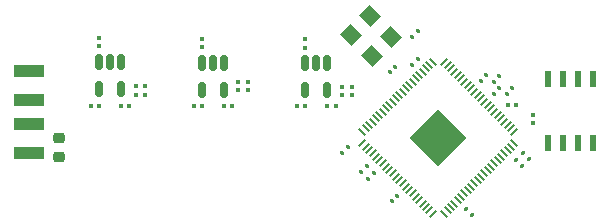
<source format=gbr>
%TF.GenerationSoftware,KiCad,Pcbnew,8.0.3*%
%TF.CreationDate,2024-09-04T14:49:45-07:00*%
%TF.ProjectId,BusinessCard,42757369-6e65-4737-9343-6172642e6b69,rev?*%
%TF.SameCoordinates,Original*%
%TF.FileFunction,Paste,Top*%
%TF.FilePolarity,Positive*%
%FSLAX46Y46*%
G04 Gerber Fmt 4.6, Leading zero omitted, Abs format (unit mm)*
G04 Created by KiCad (PCBNEW 8.0.3) date 2024-09-04 14:49:45*
%MOMM*%
%LPD*%
G01*
G04 APERTURE LIST*
G04 Aperture macros list*
%AMRoundRect*
0 Rectangle with rounded corners*
0 $1 Rounding radius*
0 $2 $3 $4 $5 $6 $7 $8 $9 X,Y pos of 4 corners*
0 Add a 4 corners polygon primitive as box body*
4,1,4,$2,$3,$4,$5,$6,$7,$8,$9,$2,$3,0*
0 Add four circle primitives for the rounded corners*
1,1,$1+$1,$2,$3*
1,1,$1+$1,$4,$5*
1,1,$1+$1,$6,$7*
1,1,$1+$1,$8,$9*
0 Add four rect primitives between the rounded corners*
20,1,$1+$1,$2,$3,$4,$5,0*
20,1,$1+$1,$4,$5,$6,$7,0*
20,1,$1+$1,$6,$7,$8,$9,0*
20,1,$1+$1,$8,$9,$2,$3,0*%
%AMHorizOval*
0 Thick line with rounded ends*
0 $1 width*
0 $2 $3 position (X,Y) of the first rounded end (center of the circle)*
0 $4 $5 position (X,Y) of the second rounded end (center of the circle)*
0 Add line between two ends*
20,1,$1,$2,$3,$4,$5,0*
0 Add two circle primitives to create the rounded ends*
1,1,$1,$2,$3*
1,1,$1,$4,$5*%
%AMRotRect*
0 Rectangle, with rotation*
0 The origin of the aperture is its center*
0 $1 length*
0 $2 width*
0 $3 Rotation angle, in degrees counterclockwise*
0 Add horizontal line*
21,1,$1,$2,0,0,$3*%
G04 Aperture macros list end*
%ADD10RotRect,1.400000X1.200000X135.000000*%
%ADD11RoundRect,0.079500X0.079500X0.100500X-0.079500X0.100500X-0.079500X-0.100500X0.079500X-0.100500X0*%
%ADD12RoundRect,0.079500X-0.014849X0.127279X-0.127279X0.014849X0.014849X-0.127279X0.127279X-0.014849X0*%
%ADD13RoundRect,0.079500X0.100500X-0.079500X0.100500X0.079500X-0.100500X0.079500X-0.100500X-0.079500X0*%
%ADD14RoundRect,0.079500X-0.127279X-0.014849X-0.014849X-0.127279X0.127279X0.014849X0.014849X0.127279X0*%
%ADD15RoundRect,0.079500X-0.079500X-0.100500X0.079500X-0.100500X0.079500X0.100500X-0.079500X0.100500X0*%
%ADD16R,0.558800X1.460500*%
%ADD17RoundRect,0.218750X0.256250X-0.218750X0.256250X0.218750X-0.256250X0.218750X-0.256250X-0.218750X0*%
%ADD18RoundRect,0.079500X0.014849X-0.127279X0.127279X-0.014849X-0.014849X0.127279X-0.127279X0.014849X0*%
%ADD19R,2.500000X1.100000*%
%ADD20HorizOval,0.200000X-0.212132X0.212132X0.212132X-0.212132X0*%
%ADD21HorizOval,0.200000X0.212132X0.212132X-0.212132X-0.212132X0*%
%ADD22RotRect,3.420000X3.420000X135.000000*%
%ADD23RoundRect,0.079500X0.127279X0.014849X0.014849X0.127279X-0.127279X-0.014849X-0.014849X-0.127279X0*%
%ADD24RoundRect,0.150000X-0.150000X0.512500X-0.150000X-0.512500X0.150000X-0.512500X0.150000X0.512500X0*%
%ADD25RoundRect,0.079500X-0.100500X0.079500X-0.100500X-0.079500X0.100500X-0.079500X0.100500X0.079500X0*%
G04 APERTURE END LIST*
D10*
%TO.C,Y1*%
X223055635Y-102694365D03*
X221259584Y-100898314D03*
X219703949Y-102453949D03*
X221500000Y-104250000D03*
%TD*%
D11*
%TO.C,C1*%
X198340002Y-108480000D03*
X197650002Y-108480000D03*
%TD*%
D12*
%TO.C,C14*%
X221017678Y-113582322D03*
X220529774Y-114070226D03*
%TD*%
D13*
%TO.C,L1*%
X198350000Y-103425000D03*
X198350000Y-102735000D03*
%TD*%
D14*
%TO.C,C12*%
X234256048Y-112456048D03*
X234743952Y-112943952D03*
%TD*%
D13*
%TO.C,C2*%
X202250000Y-107525000D03*
X202250000Y-106835000D03*
%TD*%
D15*
%TO.C,C15*%
X232955000Y-108400000D03*
X233645000Y-108400000D03*
%TD*%
D16*
%TO.C,U6*%
X240204999Y-106175850D03*
X238935000Y-106175850D03*
X237665000Y-106175850D03*
X236395001Y-106175850D03*
X236395001Y-111624150D03*
X237665000Y-111624150D03*
X238935000Y-111624150D03*
X240204999Y-111624150D03*
%TD*%
D17*
%TO.C,F1*%
X195000000Y-112787501D03*
X195000000Y-111212499D03*
%TD*%
D13*
%TO.C,L2*%
X207050000Y-103525000D03*
X207050000Y-102835000D03*
%TD*%
D18*
%TO.C,C9*%
X218956048Y-112443952D03*
X219443952Y-111956048D03*
%TD*%
D13*
%TO.C,L3*%
X215830000Y-103553190D03*
X215830000Y-102863190D03*
%TD*%
D11*
%TO.C,C3*%
X207095000Y-108500000D03*
X206405000Y-108500000D03*
%TD*%
%TO.C,C5*%
X215775000Y-108508190D03*
X215085000Y-108508190D03*
%TD*%
D19*
%TO.C,J1*%
X192450000Y-112500000D03*
X192450000Y-110000000D03*
X192450000Y-108000000D03*
X192450000Y-105500000D03*
%TD*%
D18*
%TO.C,C13*%
X230656048Y-106343952D03*
X231143952Y-105856048D03*
%TD*%
%TO.C,C16*%
X231756048Y-106443952D03*
X232243952Y-105956048D03*
%TD*%
D20*
%TO.C,U5*%
X227588478Y-117598528D03*
X227871320Y-117315685D03*
X228154163Y-117032842D03*
X228437006Y-116750000D03*
X228719849Y-116467157D03*
X229002691Y-116184314D03*
X229285534Y-115901471D03*
X229568377Y-115618629D03*
X229851219Y-115335786D03*
X230134062Y-115052943D03*
X230416905Y-114770101D03*
X230699748Y-114487258D03*
X230982590Y-114204415D03*
X231265433Y-113921572D03*
X231548276Y-113638730D03*
X231831118Y-113355887D03*
X232113961Y-113073044D03*
X232396804Y-112790202D03*
X232679647Y-112507359D03*
X232962489Y-112224516D03*
X233245332Y-111941673D03*
X233528175Y-111658831D03*
D21*
X233528175Y-110668881D03*
X233245332Y-110386039D03*
X232962489Y-110103196D03*
X232679647Y-109820353D03*
X232396804Y-109537510D03*
X232113961Y-109254668D03*
X231831118Y-108971825D03*
X231548276Y-108688982D03*
X231265433Y-108406140D03*
X230982590Y-108123297D03*
X230699748Y-107840454D03*
X230416905Y-107557611D03*
X230134062Y-107274769D03*
X229851219Y-106991926D03*
X229568377Y-106709083D03*
X229285534Y-106426241D03*
X229002691Y-106143398D03*
X228719849Y-105860555D03*
X228437006Y-105577712D03*
X228154163Y-105294870D03*
X227871320Y-105012027D03*
X227588478Y-104729184D03*
D20*
X226598528Y-104729184D03*
X226315686Y-105012027D03*
X226032843Y-105294870D03*
X225750000Y-105577712D03*
X225467157Y-105860555D03*
X225184315Y-106143398D03*
X224901472Y-106426241D03*
X224618629Y-106709083D03*
X224335787Y-106991926D03*
X224052944Y-107274769D03*
X223770101Y-107557611D03*
X223487258Y-107840454D03*
X223204416Y-108123297D03*
X222921573Y-108406140D03*
X222638730Y-108688982D03*
X222355888Y-108971825D03*
X222073045Y-109254668D03*
X221790202Y-109537510D03*
X221507359Y-109820353D03*
X221224517Y-110103196D03*
X220941674Y-110386039D03*
X220658831Y-110668881D03*
D21*
X220658831Y-111658831D03*
X220941674Y-111941673D03*
X221224517Y-112224516D03*
X221507359Y-112507359D03*
X221790202Y-112790202D03*
X222073045Y-113073044D03*
X222355888Y-113355887D03*
X222638730Y-113638730D03*
X222921573Y-113921572D03*
X223204416Y-114204415D03*
X223487258Y-114487258D03*
X223770101Y-114770101D03*
X224052944Y-115052943D03*
X224335787Y-115335786D03*
X224618629Y-115618629D03*
X224901472Y-115901471D03*
X225184315Y-116184314D03*
X225467157Y-116467157D03*
X225750000Y-116750000D03*
X226032843Y-117032842D03*
X226315686Y-117315685D03*
X226598528Y-117598528D03*
D22*
X227093503Y-111163856D03*
%TD*%
D23*
%TO.C,C6*%
X229943952Y-117743952D03*
X229456048Y-117256048D03*
%TD*%
D24*
%TO.C,U1*%
X200250000Y-104805000D03*
X199300001Y-104805000D03*
X198350002Y-104805000D03*
X198350002Y-107080000D03*
X200250000Y-107080000D03*
%TD*%
D11*
%TO.C,R5*%
X209595000Y-108500000D03*
X208905000Y-108500000D03*
%TD*%
D18*
%TO.C,C11*%
X223129774Y-116570226D03*
X223617678Y-116082322D03*
%TD*%
%TO.C,C18*%
X224856048Y-102643952D03*
X225343952Y-102156048D03*
%TD*%
D12*
%TO.C,C17*%
X223443952Y-105156048D03*
X222956048Y-105643952D03*
%TD*%
D11*
%TO.C,R7*%
X218375000Y-108508190D03*
X217685000Y-108508190D03*
%TD*%
D24*
%TO.C,U2*%
X208950000Y-104825000D03*
X208000001Y-104825000D03*
X207050002Y-104825000D03*
X207050002Y-107100000D03*
X208950000Y-107100000D03*
%TD*%
D25*
%TO.C,R1*%
X235100000Y-109255000D03*
X235100000Y-109945000D03*
%TD*%
%TO.C,R3*%
X201450000Y-106835000D03*
X201450000Y-107525000D03*
%TD*%
D13*
%TO.C,C19*%
X219730000Y-107553190D03*
X219730000Y-106863190D03*
%TD*%
D25*
%TO.C,R6*%
X218930000Y-106863190D03*
X218930000Y-107553190D03*
%TD*%
D12*
%TO.C,R11*%
X232243952Y-106956048D03*
X231756048Y-107443952D03*
%TD*%
D13*
%TO.C,C4*%
X210950000Y-107145000D03*
X210950000Y-106455000D03*
%TD*%
D18*
%TO.C,R12*%
X232856048Y-107443952D03*
X233343952Y-106956048D03*
%TD*%
D23*
%TO.C,C7*%
X234143952Y-113543952D03*
X233656048Y-113056048D03*
%TD*%
D11*
%TO.C,R2*%
X200895000Y-108480000D03*
X200205000Y-108480000D03*
%TD*%
D18*
%TO.C,C10*%
X221156048Y-114643952D03*
X221643952Y-114156048D03*
%TD*%
D25*
%TO.C,R4*%
X210150000Y-106455000D03*
X210150000Y-107145000D03*
%TD*%
D24*
%TO.C,U3*%
X217679999Y-104870690D03*
X216730000Y-104870690D03*
X215780001Y-104870690D03*
X215780001Y-107145690D03*
X217679999Y-107145690D03*
%TD*%
D12*
%TO.C,C8*%
X225343952Y-104556048D03*
X224856048Y-105043952D03*
%TD*%
M02*

</source>
